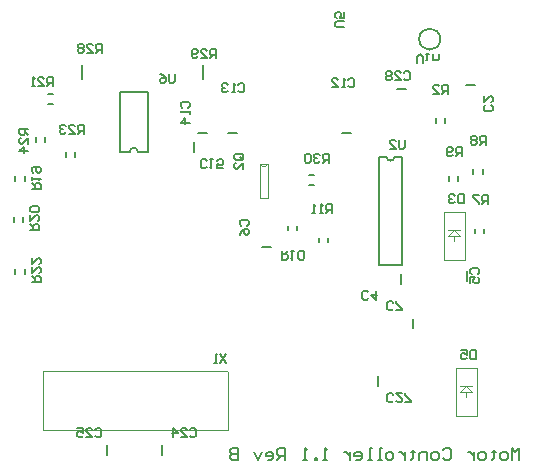
<source format=gbo>
G04 Layer_Color=32896*
%FSLAX24Y24*%
%MOIN*%
G70*
G01*
G75*
%ADD44C,0.0039*%
%ADD45C,0.0079*%
%ADD47C,0.0059*%
D44*
X39463Y40287D02*
G03*
X39650Y40287I93J0D01*
G01*
X46300Y32897D02*
X46497Y32700D01*
X46300Y32503D02*
Y32700D01*
X46103Y32897D02*
X46497D01*
X46103Y32700D02*
X46497D01*
X46103D02*
X46300Y32897D01*
Y31873D02*
X46654D01*
Y33487D01*
X45946D02*
X46654D01*
X45946Y31873D02*
Y33487D01*
Y31873D02*
X46300D01*
X45546Y37073D02*
X45900D01*
X45546D02*
Y38687D01*
X46254D01*
Y37073D02*
Y38687D01*
X45900Y37073D02*
X46254D01*
X45703Y37900D02*
X45900Y38097D01*
X45703Y37900D02*
X46097D01*
X45703Y38097D02*
X46097D01*
X45900Y37703D02*
Y37900D01*
Y38097D02*
X46097Y37900D01*
X39438Y40287D02*
X39650D01*
X39463D02*
X39674D01*
Y39165D02*
Y40287D01*
X39438Y39165D02*
X39674D01*
X39438D02*
Y40287D01*
X38341Y31435D02*
Y32420D01*
X32218Y31416D02*
X38331D01*
X32179Y31908D02*
Y32892D01*
Y31416D02*
Y31908D01*
Y32892D02*
Y33384D01*
X38341Y32420D02*
Y33355D01*
X38311Y33384D02*
X38341Y33355D01*
X32179Y33384D02*
X38311D01*
D45*
X43645Y40521D02*
G03*
X43903Y40521I129J0D01*
G01*
X35342Y40700D02*
G03*
X35092Y40700I-125J0D01*
G01*
X45591Y41654D02*
Y41811D01*
X45276Y41654D02*
Y41811D01*
X46850Y39961D02*
Y40118D01*
X46535Y39961D02*
Y40118D01*
X39493Y37520D02*
X39807D01*
X40657Y38071D02*
Y38229D01*
X40343Y38071D02*
Y38229D01*
X32943Y40521D02*
Y40679D01*
X33257Y40521D02*
Y40679D01*
X31575Y36614D02*
Y36772D01*
X31260Y36614D02*
Y36772D01*
X31535Y38346D02*
Y38504D01*
X31220Y38346D02*
Y38504D01*
X31260Y39724D02*
Y39882D01*
X31575Y39724D02*
Y39882D01*
X37520Y43110D02*
Y43583D01*
X38343Y41320D02*
X38657D01*
X37343D02*
X37657D01*
X32371Y42293D02*
X32529D01*
X32371Y42607D02*
X32529D01*
X31943Y41021D02*
Y41179D01*
X32257Y41021D02*
Y41179D01*
X44528Y34803D02*
Y35118D01*
X43370Y32893D02*
Y33207D01*
X46330Y36393D02*
Y36707D01*
X46293Y42930D02*
X46607D01*
X44154Y36911D02*
Y40521D01*
X43394Y36911D02*
X44154D01*
X43394D02*
Y40521D01*
X43645D01*
X43903D02*
X44154D01*
X46024Y39724D02*
Y39882D01*
X45709Y39724D02*
Y39882D01*
X36170Y30593D02*
Y30907D01*
X34330Y30593D02*
Y30907D01*
X33504Y43110D02*
Y43583D01*
X34759Y40700D02*
Y42700D01*
X35676D01*
Y40700D02*
Y42700D01*
X35342Y40700D02*
X35676D01*
X34759D02*
X35092D01*
X42143Y41320D02*
X42457D01*
X43993Y42780D02*
X44307D01*
X46907Y37971D02*
Y38129D01*
X46593Y37971D02*
Y38129D01*
X41393Y37671D02*
Y37829D01*
X41707Y37671D02*
Y37829D01*
X41071Y39593D02*
X41229D01*
X41071Y39907D02*
X41229D01*
X37220Y40693D02*
Y41007D01*
X44130Y36293D02*
Y36607D01*
X48071Y30433D02*
Y30827D01*
X47940Y30695D01*
X47808Y30827D01*
Y30433D01*
X47612D02*
X47481D01*
X47415Y30499D01*
Y30630D01*
X47481Y30695D01*
X47612D01*
X47677Y30630D01*
Y30499D01*
X47612Y30433D01*
X47218Y30761D02*
Y30695D01*
X47284D01*
X47153D01*
X47218D01*
Y30499D01*
X47153Y30433D01*
X46890D02*
X46759D01*
X46693Y30499D01*
Y30630D01*
X46759Y30695D01*
X46890D01*
X46956Y30630D01*
Y30499D01*
X46890Y30433D01*
X46562Y30695D02*
Y30433D01*
Y30564D01*
X46497Y30630D01*
X46431Y30695D01*
X46365D01*
X45513Y30761D02*
X45578Y30827D01*
X45709D01*
X45775Y30761D01*
Y30499D01*
X45709Y30433D01*
X45578D01*
X45513Y30499D01*
X45316Y30433D02*
X45185D01*
X45119Y30499D01*
Y30630D01*
X45185Y30695D01*
X45316D01*
X45381Y30630D01*
Y30499D01*
X45316Y30433D01*
X44988D02*
Y30695D01*
X44791D01*
X44725Y30630D01*
Y30433D01*
X44529Y30761D02*
Y30695D01*
X44594D01*
X44463D01*
X44529D01*
Y30499D01*
X44463Y30433D01*
X44266Y30695D02*
Y30433D01*
Y30564D01*
X44201Y30630D01*
X44135Y30695D01*
X44070D01*
X43807Y30433D02*
X43676D01*
X43610Y30499D01*
Y30630D01*
X43676Y30695D01*
X43807D01*
X43873Y30630D01*
Y30499D01*
X43807Y30433D01*
X43479D02*
X43348D01*
X43414D01*
Y30827D01*
X43479D01*
X43151Y30433D02*
X43020D01*
X43086D01*
Y30827D01*
X43151D01*
X42626Y30433D02*
X42758D01*
X42823Y30499D01*
Y30630D01*
X42758Y30695D01*
X42626D01*
X42561Y30630D01*
Y30564D01*
X42823D01*
X42430Y30695D02*
Y30433D01*
Y30564D01*
X42364Y30630D01*
X42298Y30695D01*
X42233D01*
X41642Y30433D02*
X41511D01*
X41577D01*
Y30827D01*
X41642Y30761D01*
X41315Y30433D02*
Y30499D01*
X41249D01*
Y30433D01*
X41315D01*
X40987D02*
X40855D01*
X40921D01*
Y30827D01*
X40987Y30761D01*
X40265Y30433D02*
Y30827D01*
X40068D01*
X40003Y30761D01*
Y30630D01*
X40068Y30564D01*
X40265D01*
X40134D02*
X40003Y30433D01*
X39675D02*
X39806D01*
X39871Y30499D01*
Y30630D01*
X39806Y30695D01*
X39675D01*
X39609Y30630D01*
Y30564D01*
X39871D01*
X39478Y30695D02*
X39347Y30433D01*
X39215Y30695D01*
X38691Y30827D02*
Y30433D01*
X38494D01*
X38428Y30499D01*
Y30564D01*
X38494Y30630D01*
X38691D01*
X38494D01*
X38428Y30695D01*
Y30761D01*
X38494Y30827D01*
X38691D01*
D47*
X45433Y44449D02*
G03*
X45433Y44449I-354J0D01*
G01*
X46950Y40930D02*
Y41229D01*
X46800D01*
X46751Y41179D01*
Y41080D01*
X46800Y41030D01*
X46950D01*
X46850D02*
X46751Y40930D01*
X46651Y41179D02*
X46601Y41229D01*
X46501D01*
X46451Y41179D01*
Y41129D01*
X46501Y41080D01*
X46451Y41030D01*
Y40980D01*
X46501Y40930D01*
X46601D01*
X46651Y40980D01*
Y41030D01*
X46601Y41080D01*
X46651Y41129D01*
Y41179D01*
X46601Y41080D02*
X46501D01*
X45690Y42620D02*
Y42919D01*
X45540D01*
X45491Y42869D01*
Y42770D01*
X45540Y42720D01*
X45690D01*
X45590D02*
X45491Y42620D01*
X45191D02*
X45391D01*
X45191Y42819D01*
Y42869D01*
X45241Y42919D01*
X45341D01*
X45391Y42869D01*
X47139Y42247D02*
X47189Y42197D01*
Y42097D01*
X47139Y42047D01*
X46940D01*
X46890Y42097D01*
Y42197D01*
X46940Y42247D01*
X46890Y42546D02*
Y42346D01*
X47089Y42546D01*
X47139D01*
X47189Y42496D01*
Y42396D01*
X47139Y42346D01*
X43034Y35814D02*
X42984Y35764D01*
X42884D01*
X42835Y35814D01*
Y36013D01*
X42884Y36063D01*
X42984D01*
X43034Y36013D01*
X43283Y36063D02*
Y35764D01*
X43134Y35913D01*
X43333D01*
X46483Y36612D02*
X46433Y36661D01*
Y36761D01*
X46483Y36811D01*
X46682D01*
X46732Y36761D01*
Y36661D01*
X46682Y36612D01*
X46433Y36312D02*
Y36512D01*
X46583D01*
X46533Y36412D01*
Y36362D01*
X46583Y36312D01*
X46682D01*
X46732Y36362D01*
Y36462D01*
X46682Y36512D01*
X38806Y38226D02*
X38756Y38276D01*
Y38375D01*
X38806Y38425D01*
X39005D01*
X39055Y38375D01*
Y38276D01*
X39005Y38226D01*
X38756Y37927D02*
X38806Y38026D01*
X38906Y38126D01*
X39005D01*
X39055Y38076D01*
Y37977D01*
X39005Y37927D01*
X38955D01*
X38906Y37977D01*
Y38126D01*
X43858Y35467D02*
X43809Y35417D01*
X43709D01*
X43659Y35467D01*
Y35666D01*
X43709Y35716D01*
X43809D01*
X43858Y35666D01*
X43958Y35417D02*
X44158D01*
Y35467D01*
X43958Y35666D01*
Y35716D01*
X42361Y43089D02*
X42410Y43139D01*
X42510D01*
X42560Y43089D01*
Y42890D01*
X42510Y42840D01*
X42410D01*
X42361Y42890D01*
X42261Y42840D02*
X42161D01*
X42211D01*
Y43139D01*
X42261Y43089D01*
X41812Y42840D02*
X42012D01*
X41812Y43039D01*
Y43089D01*
X41862Y43139D01*
X41962D01*
X42012Y43089D01*
X38698Y42926D02*
X38748Y42976D01*
X38848D01*
X38898Y42926D01*
Y42727D01*
X38848Y42677D01*
X38748D01*
X38698Y42727D01*
X38599Y42677D02*
X38499D01*
X38549D01*
Y42976D01*
X38599Y42926D01*
X38349D02*
X38299Y42976D01*
X38200D01*
X38150Y42926D01*
Y42877D01*
X38200Y42827D01*
X38250D01*
X38200D01*
X38150Y42777D01*
Y42727D01*
X38200Y42677D01*
X38299D01*
X38349Y42727D01*
X36837Y42163D02*
X36788Y42213D01*
Y42312D01*
X36837Y42362D01*
X37037D01*
X37087Y42312D01*
Y42213D01*
X37037Y42163D01*
X37087Y42063D02*
Y41963D01*
Y42013D01*
X36788D01*
X36837Y42063D01*
X37087Y41664D02*
X36788D01*
X36937Y41814D01*
Y41614D01*
X37649Y40201D02*
X37600Y40151D01*
X37500D01*
X37450Y40201D01*
Y40400D01*
X37500Y40450D01*
X37600D01*
X37649Y40400D01*
X37749Y40450D02*
X37849D01*
X37799D01*
Y40151D01*
X37749Y40201D01*
X38198Y40151D02*
X37998D01*
Y40300D01*
X38098Y40251D01*
X38148D01*
X38198Y40300D01*
Y40400D01*
X38148Y40450D01*
X38048D01*
X37998Y40400D01*
X37084Y31430D02*
X37134Y31480D01*
X37234D01*
X37283Y31430D01*
Y31231D01*
X37234Y31181D01*
X37134D01*
X37084Y31231D01*
X36785Y31181D02*
X36984D01*
X36785Y31381D01*
Y31430D01*
X36835Y31480D01*
X36934D01*
X36984Y31430D01*
X36536Y31181D02*
Y31480D01*
X36685Y31331D01*
X36486D01*
X33934Y31430D02*
X33984Y31480D01*
X34084D01*
X34134Y31430D01*
Y31231D01*
X34084Y31181D01*
X33984D01*
X33934Y31231D01*
X33635Y31181D02*
X33835D01*
X33635Y31381D01*
Y31430D01*
X33685Y31480D01*
X33785D01*
X33835Y31430D01*
X33336Y31480D02*
X33536D01*
Y31331D01*
X33436Y31381D01*
X33386D01*
X33336Y31331D01*
Y31231D01*
X33386Y31181D01*
X33486D01*
X33536Y31231D01*
X43861Y32389D02*
X43811Y32339D01*
X43711D01*
X43661Y32389D01*
Y32588D01*
X43711Y32638D01*
X43811D01*
X43861Y32588D01*
X44160Y32638D02*
X43961D01*
X44160Y32438D01*
Y32389D01*
X44110Y32339D01*
X44010D01*
X43961Y32389D01*
X44260Y32339D02*
X44459D01*
Y32389D01*
X44260Y32588D01*
Y32638D01*
X44211Y43329D02*
X44260Y43379D01*
X44360D01*
X44410Y43329D01*
Y43130D01*
X44360Y43080D01*
X44260D01*
X44211Y43130D01*
X43911Y43080D02*
X44111D01*
X43911Y43279D01*
Y43329D01*
X43961Y43379D01*
X44061D01*
X44111Y43329D01*
X43812D02*
X43762Y43379D01*
X43662D01*
X43612Y43329D01*
Y43279D01*
X43662Y43230D01*
X43612Y43180D01*
Y43130D01*
X43662Y43080D01*
X43762D01*
X43812Y43130D01*
Y43180D01*
X43762Y43230D01*
X43812Y43279D01*
Y43329D01*
X43762Y43230D02*
X43662D01*
X46210Y39269D02*
Y38970D01*
X46060D01*
X46011Y39020D01*
Y39219D01*
X46060Y39269D01*
X46210D01*
X45911Y39219D02*
X45861Y39269D01*
X45761D01*
X45711Y39219D01*
Y39169D01*
X45761Y39120D01*
X45811D01*
X45761D01*
X45711Y39070D01*
Y39020D01*
X45761Y38970D01*
X45861D01*
X45911Y39020D01*
X46610Y34069D02*
Y33770D01*
X46460D01*
X46411Y33820D01*
Y34019D01*
X46460Y34069D01*
X46610D01*
X46111D02*
X46311D01*
Y33920D01*
X46211Y33969D01*
X46161D01*
X46111Y33920D01*
Y33820D01*
X46161Y33770D01*
X46261D01*
X46311Y33820D01*
X38808Y40431D02*
X38609D01*
X38559Y40480D01*
Y40580D01*
X38609Y40630D01*
X38808D01*
X38858Y40580D01*
Y40480D01*
X38759Y40530D02*
X38858Y40431D01*
Y40480D02*
X38808Y40431D01*
X38858Y40131D02*
Y40331D01*
X38659Y40131D01*
X38609D01*
X38559Y40181D01*
Y40281D01*
X38609Y40331D01*
X47010Y38940D02*
Y39239D01*
X46860D01*
X46811Y39189D01*
Y39090D01*
X46860Y39040D01*
X47010D01*
X46910D02*
X46811Y38940D01*
X46711Y39239D02*
X46511D01*
Y39189D01*
X46711Y38990D01*
Y38940D01*
X46142Y40551D02*
Y40850D01*
X45992D01*
X45942Y40800D01*
Y40701D01*
X45992Y40651D01*
X46142D01*
X46042D02*
X45942Y40551D01*
X45843Y40601D02*
X45793Y40551D01*
X45693D01*
X45643Y40601D01*
Y40800D01*
X45693Y40850D01*
X45793D01*
X45843Y40800D01*
Y40751D01*
X45793Y40701D01*
X45643D01*
X40157Y37402D02*
Y37102D01*
X40307D01*
X40357Y37152D01*
Y37252D01*
X40307Y37302D01*
X40157D01*
X40257D02*
X40357Y37402D01*
X40457D02*
X40556D01*
X40506D01*
Y37102D01*
X40457Y37152D01*
X40706D02*
X40756Y37102D01*
X40855D01*
X40905Y37152D01*
Y37352D01*
X40855Y37402D01*
X40756D01*
X40706Y37352D01*
Y37152D01*
X41810Y38640D02*
Y38939D01*
X41660D01*
X41611Y38889D01*
Y38790D01*
X41660Y38740D01*
X41810D01*
X41710D02*
X41611Y38640D01*
X41511D02*
X41411D01*
X41461D01*
Y38939D01*
X41511Y38889D01*
X41262Y38640D02*
X41162D01*
X41212D01*
Y38939D01*
X41262Y38889D01*
X31811Y39449D02*
X32110D01*
Y39598D01*
X32060Y39648D01*
X31961D01*
X31911Y39598D01*
Y39449D01*
Y39549D02*
X31811Y39648D01*
Y39748D02*
Y39848D01*
Y39798D01*
X32110D01*
X32060Y39748D01*
X31861Y39997D02*
X31811Y40047D01*
Y40147D01*
X31861Y40197D01*
X32060D01*
X32110Y40147D01*
Y40047D01*
X32060Y39997D01*
X32010D01*
X31961Y40047D01*
Y40197D01*
X31772Y38071D02*
X32071D01*
Y38220D01*
X32021Y38270D01*
X31921D01*
X31871Y38220D01*
Y38071D01*
Y38171D02*
X31772Y38270D01*
Y38569D02*
Y38370D01*
X31971Y38569D01*
X32021D01*
X32071Y38520D01*
Y38420D01*
X32021Y38370D01*
Y38669D02*
X32071Y38719D01*
Y38819D01*
X32021Y38869D01*
X31822D01*
X31772Y38819D01*
Y38719D01*
X31822Y38669D01*
X32021D01*
X32520Y42874D02*
Y43173D01*
X32370D01*
X32320Y43123D01*
Y43024D01*
X32370Y42974D01*
X32520D01*
X32420D02*
X32320Y42874D01*
X32021D02*
X32221D01*
X32021Y43073D01*
Y43123D01*
X32071Y43173D01*
X32171D01*
X32221Y43123D01*
X31921Y42874D02*
X31822D01*
X31872D01*
Y43173D01*
X31921Y43123D01*
X31811Y36339D02*
X32110D01*
Y36488D01*
X32060Y36538D01*
X31961D01*
X31911Y36488D01*
Y36339D01*
Y36438D02*
X31811Y36538D01*
Y36837D02*
Y36638D01*
X32010Y36837D01*
X32060D01*
X32110Y36787D01*
Y36688D01*
X32060Y36638D01*
X31811Y37136D02*
Y36937D01*
X32010Y37136D01*
X32060D01*
X32110Y37086D01*
Y36987D01*
X32060Y36937D01*
X33543Y41299D02*
Y41598D01*
X33394D01*
X33344Y41548D01*
Y41449D01*
X33394Y41399D01*
X33543D01*
X33444D02*
X33344Y41299D01*
X33045D02*
X33244D01*
X33045Y41499D01*
Y41548D01*
X33095Y41598D01*
X33194D01*
X33244Y41548D01*
X32945D02*
X32895Y41598D01*
X32796D01*
X32746Y41548D01*
Y41499D01*
X32796Y41449D01*
X32845D01*
X32796D01*
X32746Y41399D01*
Y41349D01*
X32796Y41299D01*
X32895D01*
X32945Y41349D01*
X31693Y41457D02*
X31394D01*
Y41307D01*
X31444Y41257D01*
X31543D01*
X31593Y41307D01*
Y41457D01*
Y41357D02*
X31693Y41257D01*
Y40958D02*
Y41158D01*
X31493Y40958D01*
X31444D01*
X31394Y41008D01*
Y41108D01*
X31444Y41158D01*
X31693Y40709D02*
X31394D01*
X31543Y40858D01*
Y40659D01*
X34154Y43996D02*
Y44296D01*
X34004D01*
X33955Y44246D01*
Y44146D01*
X34004Y44096D01*
X34154D01*
X34054D02*
X33955Y43996D01*
X33655D02*
X33855D01*
X33655Y44196D01*
Y44246D01*
X33705Y44296D01*
X33805D01*
X33855Y44246D01*
X33556D02*
X33506Y44296D01*
X33406D01*
X33356Y44246D01*
Y44196D01*
X33406Y44146D01*
X33356Y44096D01*
Y44046D01*
X33406Y43996D01*
X33506D01*
X33556Y44046D01*
Y44096D01*
X33506Y44146D01*
X33556Y44196D01*
Y44246D01*
X33506Y44146D02*
X33406D01*
X37945Y43819D02*
Y44118D01*
X37795D01*
X37745Y44068D01*
Y43968D01*
X37795Y43919D01*
X37945D01*
X37845D02*
X37745Y43819D01*
X37446D02*
X37646D01*
X37446Y44018D01*
Y44068D01*
X37496Y44118D01*
X37596D01*
X37646Y44068D01*
X37347Y43869D02*
X37297Y43819D01*
X37197D01*
X37147Y43869D01*
Y44068D01*
X37197Y44118D01*
X37297D01*
X37347Y44068D01*
Y44018D01*
X37297Y43968D01*
X37147D01*
X41720Y40320D02*
Y40619D01*
X41570D01*
X41521Y40569D01*
Y40470D01*
X41570Y40420D01*
X41720D01*
X41620D02*
X41521Y40320D01*
X41421Y40569D02*
X41371Y40619D01*
X41271D01*
X41221Y40569D01*
Y40519D01*
X41271Y40470D01*
X41321D01*
X41271D01*
X41221Y40420D01*
Y40370D01*
X41271Y40320D01*
X41371D01*
X41421Y40370D01*
X41122Y40569D02*
X41072Y40619D01*
X40972D01*
X40922Y40569D01*
Y40370D01*
X40972Y40320D01*
X41072D01*
X41122Y40370D01*
Y40569D01*
X44252Y41087D02*
Y40837D01*
X44202Y40787D01*
X44102D01*
X44053Y40837D01*
Y41087D01*
X43753Y40787D02*
X43953D01*
X43753Y40987D01*
Y41037D01*
X43803Y41087D01*
X43903D01*
X43953Y41037D01*
X42228Y44843D02*
X41979D01*
X41929Y44892D01*
Y44992D01*
X41979Y45042D01*
X42228D01*
Y45341D02*
Y45142D01*
X42079D01*
X42129Y45241D01*
Y45291D01*
X42079Y45341D01*
X41979D01*
X41929Y45291D01*
Y45191D01*
X41979Y45142D01*
X36580Y43299D02*
Y43050D01*
X36530Y43000D01*
X36430D01*
X36381Y43050D01*
Y43299D01*
X36081D02*
X36181Y43249D01*
X36281Y43150D01*
Y43050D01*
X36231Y43000D01*
X36131D01*
X36081Y43050D01*
Y43100D01*
X36131Y43150D01*
X36281D01*
X38300Y33959D02*
X38101Y33660D01*
Y33959D02*
X38300Y33660D01*
X38001D02*
X37901D01*
X37951D01*
Y33959D01*
X38001Y33909D01*
X44646Y43638D02*
Y43837D01*
X44745Y43937D01*
X44845Y43837D01*
Y43638D01*
X44945Y43937D02*
X45044D01*
X44995D01*
Y43738D01*
X44945D01*
X45194Y43937D02*
Y43738D01*
X45344D01*
X45393Y43787D01*
Y43937D01*
M02*

</source>
